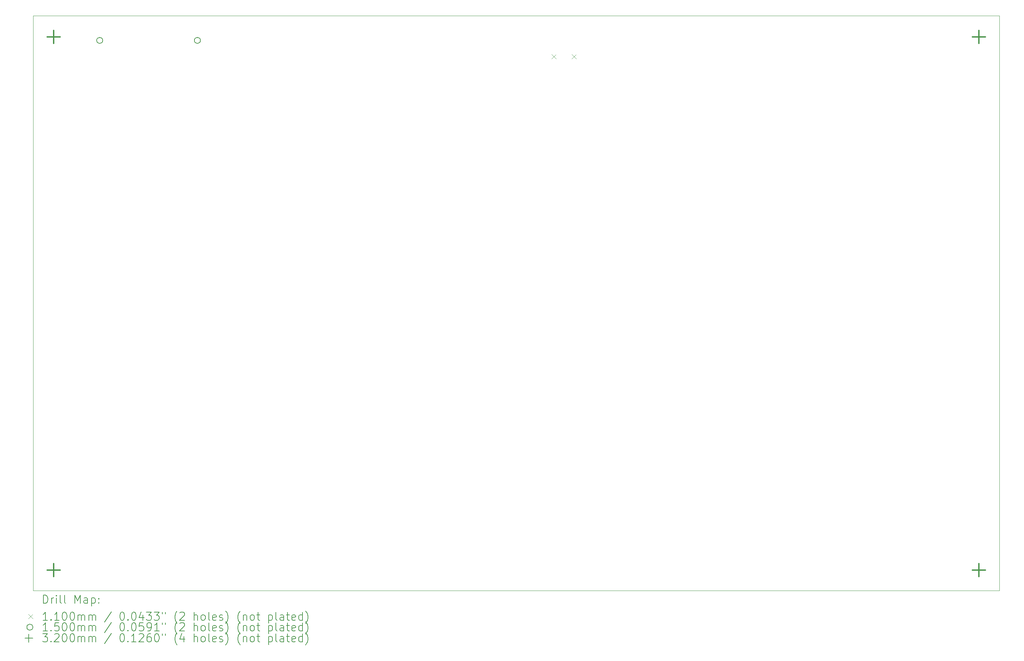
<source format=gbr>
%TF.GenerationSoftware,KiCad,Pcbnew,7.0.6-7.0.6~ubuntu22.04.1*%
%TF.CreationDate,2023-07-20T21:28:44+02:00*%
%TF.ProjectId,sbc,7362632e-6b69-4636-9164-5f7063625858,rev?*%
%TF.SameCoordinates,Original*%
%TF.FileFunction,Drillmap*%
%TF.FilePolarity,Positive*%
%FSLAX45Y45*%
G04 Gerber Fmt 4.5, Leading zero omitted, Abs format (unit mm)*
G04 Created by KiCad (PCBNEW 7.0.6-7.0.6~ubuntu22.04.1) date 2023-07-20 21:28:44*
%MOMM*%
%LPD*%
G01*
G04 APERTURE LIST*
%ADD10C,0.100000*%
%ADD11C,0.200000*%
%ADD12C,0.110000*%
%ADD13C,0.150000*%
%ADD14C,0.320000*%
G04 APERTURE END LIST*
D10*
X6350000Y-6337300D02*
X30289500Y-6337300D01*
X30289500Y-20574000D01*
X6350000Y-20574000D01*
X6350000Y-6337300D01*
D11*
D12*
X19197800Y-7292700D02*
X19307800Y-7402700D01*
X19307800Y-7292700D02*
X19197800Y-7402700D01*
X19697800Y-7292700D02*
X19807800Y-7402700D01*
X19807800Y-7292700D02*
X19697800Y-7402700D01*
D13*
X8076000Y-6946900D02*
G75*
G03*
X8076000Y-6946900I-75000J0D01*
G01*
X10496000Y-6946900D02*
G75*
G03*
X10496000Y-6946900I-75000J0D01*
G01*
D14*
X6858000Y-6698000D02*
X6858000Y-7018000D01*
X6698000Y-6858000D02*
X7018000Y-6858000D01*
X6858000Y-19906000D02*
X6858000Y-20226000D01*
X6698000Y-20066000D02*
X7018000Y-20066000D01*
X29781500Y-6698000D02*
X29781500Y-7018000D01*
X29621500Y-6858000D02*
X29941500Y-6858000D01*
X29781500Y-19906000D02*
X29781500Y-20226000D01*
X29621500Y-20066000D02*
X29941500Y-20066000D01*
D11*
X6605777Y-20890484D02*
X6605777Y-20690484D01*
X6605777Y-20690484D02*
X6653396Y-20690484D01*
X6653396Y-20690484D02*
X6681967Y-20700008D01*
X6681967Y-20700008D02*
X6701015Y-20719055D01*
X6701015Y-20719055D02*
X6710539Y-20738103D01*
X6710539Y-20738103D02*
X6720062Y-20776198D01*
X6720062Y-20776198D02*
X6720062Y-20804770D01*
X6720062Y-20804770D02*
X6710539Y-20842865D01*
X6710539Y-20842865D02*
X6701015Y-20861912D01*
X6701015Y-20861912D02*
X6681967Y-20880960D01*
X6681967Y-20880960D02*
X6653396Y-20890484D01*
X6653396Y-20890484D02*
X6605777Y-20890484D01*
X6805777Y-20890484D02*
X6805777Y-20757150D01*
X6805777Y-20795246D02*
X6815301Y-20776198D01*
X6815301Y-20776198D02*
X6824824Y-20766674D01*
X6824824Y-20766674D02*
X6843872Y-20757150D01*
X6843872Y-20757150D02*
X6862920Y-20757150D01*
X6929586Y-20890484D02*
X6929586Y-20757150D01*
X6929586Y-20690484D02*
X6920062Y-20700008D01*
X6920062Y-20700008D02*
X6929586Y-20709531D01*
X6929586Y-20709531D02*
X6939110Y-20700008D01*
X6939110Y-20700008D02*
X6929586Y-20690484D01*
X6929586Y-20690484D02*
X6929586Y-20709531D01*
X7053396Y-20890484D02*
X7034348Y-20880960D01*
X7034348Y-20880960D02*
X7024824Y-20861912D01*
X7024824Y-20861912D02*
X7024824Y-20690484D01*
X7158158Y-20890484D02*
X7139110Y-20880960D01*
X7139110Y-20880960D02*
X7129586Y-20861912D01*
X7129586Y-20861912D02*
X7129586Y-20690484D01*
X7386729Y-20890484D02*
X7386729Y-20690484D01*
X7386729Y-20690484D02*
X7453396Y-20833341D01*
X7453396Y-20833341D02*
X7520062Y-20690484D01*
X7520062Y-20690484D02*
X7520062Y-20890484D01*
X7701015Y-20890484D02*
X7701015Y-20785722D01*
X7701015Y-20785722D02*
X7691491Y-20766674D01*
X7691491Y-20766674D02*
X7672443Y-20757150D01*
X7672443Y-20757150D02*
X7634348Y-20757150D01*
X7634348Y-20757150D02*
X7615301Y-20766674D01*
X7701015Y-20880960D02*
X7681967Y-20890484D01*
X7681967Y-20890484D02*
X7634348Y-20890484D01*
X7634348Y-20890484D02*
X7615301Y-20880960D01*
X7615301Y-20880960D02*
X7605777Y-20861912D01*
X7605777Y-20861912D02*
X7605777Y-20842865D01*
X7605777Y-20842865D02*
X7615301Y-20823817D01*
X7615301Y-20823817D02*
X7634348Y-20814293D01*
X7634348Y-20814293D02*
X7681967Y-20814293D01*
X7681967Y-20814293D02*
X7701015Y-20804770D01*
X7796253Y-20757150D02*
X7796253Y-20957150D01*
X7796253Y-20766674D02*
X7815301Y-20757150D01*
X7815301Y-20757150D02*
X7853396Y-20757150D01*
X7853396Y-20757150D02*
X7872443Y-20766674D01*
X7872443Y-20766674D02*
X7881967Y-20776198D01*
X7881967Y-20776198D02*
X7891491Y-20795246D01*
X7891491Y-20795246D02*
X7891491Y-20852389D01*
X7891491Y-20852389D02*
X7881967Y-20871436D01*
X7881967Y-20871436D02*
X7872443Y-20880960D01*
X7872443Y-20880960D02*
X7853396Y-20890484D01*
X7853396Y-20890484D02*
X7815301Y-20890484D01*
X7815301Y-20890484D02*
X7796253Y-20880960D01*
X7977205Y-20871436D02*
X7986729Y-20880960D01*
X7986729Y-20880960D02*
X7977205Y-20890484D01*
X7977205Y-20890484D02*
X7967682Y-20880960D01*
X7967682Y-20880960D02*
X7977205Y-20871436D01*
X7977205Y-20871436D02*
X7977205Y-20890484D01*
X7977205Y-20766674D02*
X7986729Y-20776198D01*
X7986729Y-20776198D02*
X7977205Y-20785722D01*
X7977205Y-20785722D02*
X7967682Y-20776198D01*
X7967682Y-20776198D02*
X7977205Y-20766674D01*
X7977205Y-20766674D02*
X7977205Y-20785722D01*
D12*
X6235000Y-21164000D02*
X6345000Y-21274000D01*
X6345000Y-21164000D02*
X6235000Y-21274000D01*
D11*
X6710539Y-21310484D02*
X6596253Y-21310484D01*
X6653396Y-21310484D02*
X6653396Y-21110484D01*
X6653396Y-21110484D02*
X6634348Y-21139055D01*
X6634348Y-21139055D02*
X6615301Y-21158103D01*
X6615301Y-21158103D02*
X6596253Y-21167627D01*
X6796253Y-21291436D02*
X6805777Y-21300960D01*
X6805777Y-21300960D02*
X6796253Y-21310484D01*
X6796253Y-21310484D02*
X6786729Y-21300960D01*
X6786729Y-21300960D02*
X6796253Y-21291436D01*
X6796253Y-21291436D02*
X6796253Y-21310484D01*
X6996253Y-21310484D02*
X6881967Y-21310484D01*
X6939110Y-21310484D02*
X6939110Y-21110484D01*
X6939110Y-21110484D02*
X6920062Y-21139055D01*
X6920062Y-21139055D02*
X6901015Y-21158103D01*
X6901015Y-21158103D02*
X6881967Y-21167627D01*
X7120062Y-21110484D02*
X7139110Y-21110484D01*
X7139110Y-21110484D02*
X7158158Y-21120008D01*
X7158158Y-21120008D02*
X7167682Y-21129531D01*
X7167682Y-21129531D02*
X7177205Y-21148579D01*
X7177205Y-21148579D02*
X7186729Y-21186674D01*
X7186729Y-21186674D02*
X7186729Y-21234293D01*
X7186729Y-21234293D02*
X7177205Y-21272389D01*
X7177205Y-21272389D02*
X7167682Y-21291436D01*
X7167682Y-21291436D02*
X7158158Y-21300960D01*
X7158158Y-21300960D02*
X7139110Y-21310484D01*
X7139110Y-21310484D02*
X7120062Y-21310484D01*
X7120062Y-21310484D02*
X7101015Y-21300960D01*
X7101015Y-21300960D02*
X7091491Y-21291436D01*
X7091491Y-21291436D02*
X7081967Y-21272389D01*
X7081967Y-21272389D02*
X7072443Y-21234293D01*
X7072443Y-21234293D02*
X7072443Y-21186674D01*
X7072443Y-21186674D02*
X7081967Y-21148579D01*
X7081967Y-21148579D02*
X7091491Y-21129531D01*
X7091491Y-21129531D02*
X7101015Y-21120008D01*
X7101015Y-21120008D02*
X7120062Y-21110484D01*
X7310539Y-21110484D02*
X7329586Y-21110484D01*
X7329586Y-21110484D02*
X7348634Y-21120008D01*
X7348634Y-21120008D02*
X7358158Y-21129531D01*
X7358158Y-21129531D02*
X7367682Y-21148579D01*
X7367682Y-21148579D02*
X7377205Y-21186674D01*
X7377205Y-21186674D02*
X7377205Y-21234293D01*
X7377205Y-21234293D02*
X7367682Y-21272389D01*
X7367682Y-21272389D02*
X7358158Y-21291436D01*
X7358158Y-21291436D02*
X7348634Y-21300960D01*
X7348634Y-21300960D02*
X7329586Y-21310484D01*
X7329586Y-21310484D02*
X7310539Y-21310484D01*
X7310539Y-21310484D02*
X7291491Y-21300960D01*
X7291491Y-21300960D02*
X7281967Y-21291436D01*
X7281967Y-21291436D02*
X7272443Y-21272389D01*
X7272443Y-21272389D02*
X7262920Y-21234293D01*
X7262920Y-21234293D02*
X7262920Y-21186674D01*
X7262920Y-21186674D02*
X7272443Y-21148579D01*
X7272443Y-21148579D02*
X7281967Y-21129531D01*
X7281967Y-21129531D02*
X7291491Y-21120008D01*
X7291491Y-21120008D02*
X7310539Y-21110484D01*
X7462920Y-21310484D02*
X7462920Y-21177150D01*
X7462920Y-21196198D02*
X7472443Y-21186674D01*
X7472443Y-21186674D02*
X7491491Y-21177150D01*
X7491491Y-21177150D02*
X7520063Y-21177150D01*
X7520063Y-21177150D02*
X7539110Y-21186674D01*
X7539110Y-21186674D02*
X7548634Y-21205722D01*
X7548634Y-21205722D02*
X7548634Y-21310484D01*
X7548634Y-21205722D02*
X7558158Y-21186674D01*
X7558158Y-21186674D02*
X7577205Y-21177150D01*
X7577205Y-21177150D02*
X7605777Y-21177150D01*
X7605777Y-21177150D02*
X7624824Y-21186674D01*
X7624824Y-21186674D02*
X7634348Y-21205722D01*
X7634348Y-21205722D02*
X7634348Y-21310484D01*
X7729586Y-21310484D02*
X7729586Y-21177150D01*
X7729586Y-21196198D02*
X7739110Y-21186674D01*
X7739110Y-21186674D02*
X7758158Y-21177150D01*
X7758158Y-21177150D02*
X7786729Y-21177150D01*
X7786729Y-21177150D02*
X7805777Y-21186674D01*
X7805777Y-21186674D02*
X7815301Y-21205722D01*
X7815301Y-21205722D02*
X7815301Y-21310484D01*
X7815301Y-21205722D02*
X7824824Y-21186674D01*
X7824824Y-21186674D02*
X7843872Y-21177150D01*
X7843872Y-21177150D02*
X7872443Y-21177150D01*
X7872443Y-21177150D02*
X7891491Y-21186674D01*
X7891491Y-21186674D02*
X7901015Y-21205722D01*
X7901015Y-21205722D02*
X7901015Y-21310484D01*
X8291491Y-21100960D02*
X8120063Y-21358103D01*
X8548634Y-21110484D02*
X8567682Y-21110484D01*
X8567682Y-21110484D02*
X8586729Y-21120008D01*
X8586729Y-21120008D02*
X8596253Y-21129531D01*
X8596253Y-21129531D02*
X8605777Y-21148579D01*
X8605777Y-21148579D02*
X8615301Y-21186674D01*
X8615301Y-21186674D02*
X8615301Y-21234293D01*
X8615301Y-21234293D02*
X8605777Y-21272389D01*
X8605777Y-21272389D02*
X8596253Y-21291436D01*
X8596253Y-21291436D02*
X8586729Y-21300960D01*
X8586729Y-21300960D02*
X8567682Y-21310484D01*
X8567682Y-21310484D02*
X8548634Y-21310484D01*
X8548634Y-21310484D02*
X8529587Y-21300960D01*
X8529587Y-21300960D02*
X8520063Y-21291436D01*
X8520063Y-21291436D02*
X8510539Y-21272389D01*
X8510539Y-21272389D02*
X8501015Y-21234293D01*
X8501015Y-21234293D02*
X8501015Y-21186674D01*
X8501015Y-21186674D02*
X8510539Y-21148579D01*
X8510539Y-21148579D02*
X8520063Y-21129531D01*
X8520063Y-21129531D02*
X8529587Y-21120008D01*
X8529587Y-21120008D02*
X8548634Y-21110484D01*
X8701015Y-21291436D02*
X8710539Y-21300960D01*
X8710539Y-21300960D02*
X8701015Y-21310484D01*
X8701015Y-21310484D02*
X8691491Y-21300960D01*
X8691491Y-21300960D02*
X8701015Y-21291436D01*
X8701015Y-21291436D02*
X8701015Y-21310484D01*
X8834348Y-21110484D02*
X8853396Y-21110484D01*
X8853396Y-21110484D02*
X8872444Y-21120008D01*
X8872444Y-21120008D02*
X8881968Y-21129531D01*
X8881968Y-21129531D02*
X8891491Y-21148579D01*
X8891491Y-21148579D02*
X8901015Y-21186674D01*
X8901015Y-21186674D02*
X8901015Y-21234293D01*
X8901015Y-21234293D02*
X8891491Y-21272389D01*
X8891491Y-21272389D02*
X8881968Y-21291436D01*
X8881968Y-21291436D02*
X8872444Y-21300960D01*
X8872444Y-21300960D02*
X8853396Y-21310484D01*
X8853396Y-21310484D02*
X8834348Y-21310484D01*
X8834348Y-21310484D02*
X8815301Y-21300960D01*
X8815301Y-21300960D02*
X8805777Y-21291436D01*
X8805777Y-21291436D02*
X8796253Y-21272389D01*
X8796253Y-21272389D02*
X8786729Y-21234293D01*
X8786729Y-21234293D02*
X8786729Y-21186674D01*
X8786729Y-21186674D02*
X8796253Y-21148579D01*
X8796253Y-21148579D02*
X8805777Y-21129531D01*
X8805777Y-21129531D02*
X8815301Y-21120008D01*
X8815301Y-21120008D02*
X8834348Y-21110484D01*
X9072444Y-21177150D02*
X9072444Y-21310484D01*
X9024825Y-21100960D02*
X8977206Y-21243817D01*
X8977206Y-21243817D02*
X9101015Y-21243817D01*
X9158158Y-21110484D02*
X9281968Y-21110484D01*
X9281968Y-21110484D02*
X9215301Y-21186674D01*
X9215301Y-21186674D02*
X9243872Y-21186674D01*
X9243872Y-21186674D02*
X9262920Y-21196198D01*
X9262920Y-21196198D02*
X9272444Y-21205722D01*
X9272444Y-21205722D02*
X9281968Y-21224770D01*
X9281968Y-21224770D02*
X9281968Y-21272389D01*
X9281968Y-21272389D02*
X9272444Y-21291436D01*
X9272444Y-21291436D02*
X9262920Y-21300960D01*
X9262920Y-21300960D02*
X9243872Y-21310484D01*
X9243872Y-21310484D02*
X9186729Y-21310484D01*
X9186729Y-21310484D02*
X9167682Y-21300960D01*
X9167682Y-21300960D02*
X9158158Y-21291436D01*
X9348634Y-21110484D02*
X9472444Y-21110484D01*
X9472444Y-21110484D02*
X9405777Y-21186674D01*
X9405777Y-21186674D02*
X9434349Y-21186674D01*
X9434349Y-21186674D02*
X9453396Y-21196198D01*
X9453396Y-21196198D02*
X9462920Y-21205722D01*
X9462920Y-21205722D02*
X9472444Y-21224770D01*
X9472444Y-21224770D02*
X9472444Y-21272389D01*
X9472444Y-21272389D02*
X9462920Y-21291436D01*
X9462920Y-21291436D02*
X9453396Y-21300960D01*
X9453396Y-21300960D02*
X9434349Y-21310484D01*
X9434349Y-21310484D02*
X9377206Y-21310484D01*
X9377206Y-21310484D02*
X9358158Y-21300960D01*
X9358158Y-21300960D02*
X9348634Y-21291436D01*
X9548634Y-21110484D02*
X9548634Y-21148579D01*
X9624825Y-21110484D02*
X9624825Y-21148579D01*
X9920063Y-21386674D02*
X9910539Y-21377150D01*
X9910539Y-21377150D02*
X9891491Y-21348579D01*
X9891491Y-21348579D02*
X9881968Y-21329531D01*
X9881968Y-21329531D02*
X9872444Y-21300960D01*
X9872444Y-21300960D02*
X9862920Y-21253341D01*
X9862920Y-21253341D02*
X9862920Y-21215246D01*
X9862920Y-21215246D02*
X9872444Y-21167627D01*
X9872444Y-21167627D02*
X9881968Y-21139055D01*
X9881968Y-21139055D02*
X9891491Y-21120008D01*
X9891491Y-21120008D02*
X9910539Y-21091436D01*
X9910539Y-21091436D02*
X9920063Y-21081912D01*
X9986730Y-21129531D02*
X9996253Y-21120008D01*
X9996253Y-21120008D02*
X10015301Y-21110484D01*
X10015301Y-21110484D02*
X10062920Y-21110484D01*
X10062920Y-21110484D02*
X10081968Y-21120008D01*
X10081968Y-21120008D02*
X10091491Y-21129531D01*
X10091491Y-21129531D02*
X10101015Y-21148579D01*
X10101015Y-21148579D02*
X10101015Y-21167627D01*
X10101015Y-21167627D02*
X10091491Y-21196198D01*
X10091491Y-21196198D02*
X9977206Y-21310484D01*
X9977206Y-21310484D02*
X10101015Y-21310484D01*
X10339111Y-21310484D02*
X10339111Y-21110484D01*
X10424825Y-21310484D02*
X10424825Y-21205722D01*
X10424825Y-21205722D02*
X10415301Y-21186674D01*
X10415301Y-21186674D02*
X10396253Y-21177150D01*
X10396253Y-21177150D02*
X10367682Y-21177150D01*
X10367682Y-21177150D02*
X10348634Y-21186674D01*
X10348634Y-21186674D02*
X10339111Y-21196198D01*
X10548634Y-21310484D02*
X10529587Y-21300960D01*
X10529587Y-21300960D02*
X10520063Y-21291436D01*
X10520063Y-21291436D02*
X10510539Y-21272389D01*
X10510539Y-21272389D02*
X10510539Y-21215246D01*
X10510539Y-21215246D02*
X10520063Y-21196198D01*
X10520063Y-21196198D02*
X10529587Y-21186674D01*
X10529587Y-21186674D02*
X10548634Y-21177150D01*
X10548634Y-21177150D02*
X10577206Y-21177150D01*
X10577206Y-21177150D02*
X10596253Y-21186674D01*
X10596253Y-21186674D02*
X10605777Y-21196198D01*
X10605777Y-21196198D02*
X10615301Y-21215246D01*
X10615301Y-21215246D02*
X10615301Y-21272389D01*
X10615301Y-21272389D02*
X10605777Y-21291436D01*
X10605777Y-21291436D02*
X10596253Y-21300960D01*
X10596253Y-21300960D02*
X10577206Y-21310484D01*
X10577206Y-21310484D02*
X10548634Y-21310484D01*
X10729587Y-21310484D02*
X10710539Y-21300960D01*
X10710539Y-21300960D02*
X10701015Y-21281912D01*
X10701015Y-21281912D02*
X10701015Y-21110484D01*
X10881968Y-21300960D02*
X10862920Y-21310484D01*
X10862920Y-21310484D02*
X10824825Y-21310484D01*
X10824825Y-21310484D02*
X10805777Y-21300960D01*
X10805777Y-21300960D02*
X10796253Y-21281912D01*
X10796253Y-21281912D02*
X10796253Y-21205722D01*
X10796253Y-21205722D02*
X10805777Y-21186674D01*
X10805777Y-21186674D02*
X10824825Y-21177150D01*
X10824825Y-21177150D02*
X10862920Y-21177150D01*
X10862920Y-21177150D02*
X10881968Y-21186674D01*
X10881968Y-21186674D02*
X10891492Y-21205722D01*
X10891492Y-21205722D02*
X10891492Y-21224770D01*
X10891492Y-21224770D02*
X10796253Y-21243817D01*
X10967682Y-21300960D02*
X10986730Y-21310484D01*
X10986730Y-21310484D02*
X11024825Y-21310484D01*
X11024825Y-21310484D02*
X11043873Y-21300960D01*
X11043873Y-21300960D02*
X11053396Y-21281912D01*
X11053396Y-21281912D02*
X11053396Y-21272389D01*
X11053396Y-21272389D02*
X11043873Y-21253341D01*
X11043873Y-21253341D02*
X11024825Y-21243817D01*
X11024825Y-21243817D02*
X10996253Y-21243817D01*
X10996253Y-21243817D02*
X10977206Y-21234293D01*
X10977206Y-21234293D02*
X10967682Y-21215246D01*
X10967682Y-21215246D02*
X10967682Y-21205722D01*
X10967682Y-21205722D02*
X10977206Y-21186674D01*
X10977206Y-21186674D02*
X10996253Y-21177150D01*
X10996253Y-21177150D02*
X11024825Y-21177150D01*
X11024825Y-21177150D02*
X11043873Y-21186674D01*
X11120063Y-21386674D02*
X11129587Y-21377150D01*
X11129587Y-21377150D02*
X11148634Y-21348579D01*
X11148634Y-21348579D02*
X11158158Y-21329531D01*
X11158158Y-21329531D02*
X11167682Y-21300960D01*
X11167682Y-21300960D02*
X11177206Y-21253341D01*
X11177206Y-21253341D02*
X11177206Y-21215246D01*
X11177206Y-21215246D02*
X11167682Y-21167627D01*
X11167682Y-21167627D02*
X11158158Y-21139055D01*
X11158158Y-21139055D02*
X11148634Y-21120008D01*
X11148634Y-21120008D02*
X11129587Y-21091436D01*
X11129587Y-21091436D02*
X11120063Y-21081912D01*
X11481968Y-21386674D02*
X11472444Y-21377150D01*
X11472444Y-21377150D02*
X11453396Y-21348579D01*
X11453396Y-21348579D02*
X11443872Y-21329531D01*
X11443872Y-21329531D02*
X11434349Y-21300960D01*
X11434349Y-21300960D02*
X11424825Y-21253341D01*
X11424825Y-21253341D02*
X11424825Y-21215246D01*
X11424825Y-21215246D02*
X11434349Y-21167627D01*
X11434349Y-21167627D02*
X11443872Y-21139055D01*
X11443872Y-21139055D02*
X11453396Y-21120008D01*
X11453396Y-21120008D02*
X11472444Y-21091436D01*
X11472444Y-21091436D02*
X11481968Y-21081912D01*
X11558158Y-21177150D02*
X11558158Y-21310484D01*
X11558158Y-21196198D02*
X11567682Y-21186674D01*
X11567682Y-21186674D02*
X11586730Y-21177150D01*
X11586730Y-21177150D02*
X11615301Y-21177150D01*
X11615301Y-21177150D02*
X11634349Y-21186674D01*
X11634349Y-21186674D02*
X11643872Y-21205722D01*
X11643872Y-21205722D02*
X11643872Y-21310484D01*
X11767682Y-21310484D02*
X11748634Y-21300960D01*
X11748634Y-21300960D02*
X11739111Y-21291436D01*
X11739111Y-21291436D02*
X11729587Y-21272389D01*
X11729587Y-21272389D02*
X11729587Y-21215246D01*
X11729587Y-21215246D02*
X11739111Y-21196198D01*
X11739111Y-21196198D02*
X11748634Y-21186674D01*
X11748634Y-21186674D02*
X11767682Y-21177150D01*
X11767682Y-21177150D02*
X11796253Y-21177150D01*
X11796253Y-21177150D02*
X11815301Y-21186674D01*
X11815301Y-21186674D02*
X11824825Y-21196198D01*
X11824825Y-21196198D02*
X11834349Y-21215246D01*
X11834349Y-21215246D02*
X11834349Y-21272389D01*
X11834349Y-21272389D02*
X11824825Y-21291436D01*
X11824825Y-21291436D02*
X11815301Y-21300960D01*
X11815301Y-21300960D02*
X11796253Y-21310484D01*
X11796253Y-21310484D02*
X11767682Y-21310484D01*
X11891492Y-21177150D02*
X11967682Y-21177150D01*
X11920063Y-21110484D02*
X11920063Y-21281912D01*
X11920063Y-21281912D02*
X11929587Y-21300960D01*
X11929587Y-21300960D02*
X11948634Y-21310484D01*
X11948634Y-21310484D02*
X11967682Y-21310484D01*
X12186730Y-21177150D02*
X12186730Y-21377150D01*
X12186730Y-21186674D02*
X12205777Y-21177150D01*
X12205777Y-21177150D02*
X12243873Y-21177150D01*
X12243873Y-21177150D02*
X12262920Y-21186674D01*
X12262920Y-21186674D02*
X12272444Y-21196198D01*
X12272444Y-21196198D02*
X12281968Y-21215246D01*
X12281968Y-21215246D02*
X12281968Y-21272389D01*
X12281968Y-21272389D02*
X12272444Y-21291436D01*
X12272444Y-21291436D02*
X12262920Y-21300960D01*
X12262920Y-21300960D02*
X12243873Y-21310484D01*
X12243873Y-21310484D02*
X12205777Y-21310484D01*
X12205777Y-21310484D02*
X12186730Y-21300960D01*
X12396253Y-21310484D02*
X12377206Y-21300960D01*
X12377206Y-21300960D02*
X12367682Y-21281912D01*
X12367682Y-21281912D02*
X12367682Y-21110484D01*
X12558158Y-21310484D02*
X12558158Y-21205722D01*
X12558158Y-21205722D02*
X12548634Y-21186674D01*
X12548634Y-21186674D02*
X12529587Y-21177150D01*
X12529587Y-21177150D02*
X12491492Y-21177150D01*
X12491492Y-21177150D02*
X12472444Y-21186674D01*
X12558158Y-21300960D02*
X12539111Y-21310484D01*
X12539111Y-21310484D02*
X12491492Y-21310484D01*
X12491492Y-21310484D02*
X12472444Y-21300960D01*
X12472444Y-21300960D02*
X12462920Y-21281912D01*
X12462920Y-21281912D02*
X12462920Y-21262865D01*
X12462920Y-21262865D02*
X12472444Y-21243817D01*
X12472444Y-21243817D02*
X12491492Y-21234293D01*
X12491492Y-21234293D02*
X12539111Y-21234293D01*
X12539111Y-21234293D02*
X12558158Y-21224770D01*
X12624825Y-21177150D02*
X12701015Y-21177150D01*
X12653396Y-21110484D02*
X12653396Y-21281912D01*
X12653396Y-21281912D02*
X12662920Y-21300960D01*
X12662920Y-21300960D02*
X12681968Y-21310484D01*
X12681968Y-21310484D02*
X12701015Y-21310484D01*
X12843873Y-21300960D02*
X12824825Y-21310484D01*
X12824825Y-21310484D02*
X12786730Y-21310484D01*
X12786730Y-21310484D02*
X12767682Y-21300960D01*
X12767682Y-21300960D02*
X12758158Y-21281912D01*
X12758158Y-21281912D02*
X12758158Y-21205722D01*
X12758158Y-21205722D02*
X12767682Y-21186674D01*
X12767682Y-21186674D02*
X12786730Y-21177150D01*
X12786730Y-21177150D02*
X12824825Y-21177150D01*
X12824825Y-21177150D02*
X12843873Y-21186674D01*
X12843873Y-21186674D02*
X12853396Y-21205722D01*
X12853396Y-21205722D02*
X12853396Y-21224770D01*
X12853396Y-21224770D02*
X12758158Y-21243817D01*
X13024825Y-21310484D02*
X13024825Y-21110484D01*
X13024825Y-21300960D02*
X13005777Y-21310484D01*
X13005777Y-21310484D02*
X12967682Y-21310484D01*
X12967682Y-21310484D02*
X12948634Y-21300960D01*
X12948634Y-21300960D02*
X12939111Y-21291436D01*
X12939111Y-21291436D02*
X12929587Y-21272389D01*
X12929587Y-21272389D02*
X12929587Y-21215246D01*
X12929587Y-21215246D02*
X12939111Y-21196198D01*
X12939111Y-21196198D02*
X12948634Y-21186674D01*
X12948634Y-21186674D02*
X12967682Y-21177150D01*
X12967682Y-21177150D02*
X13005777Y-21177150D01*
X13005777Y-21177150D02*
X13024825Y-21186674D01*
X13101015Y-21386674D02*
X13110539Y-21377150D01*
X13110539Y-21377150D02*
X13129587Y-21348579D01*
X13129587Y-21348579D02*
X13139111Y-21329531D01*
X13139111Y-21329531D02*
X13148634Y-21300960D01*
X13148634Y-21300960D02*
X13158158Y-21253341D01*
X13158158Y-21253341D02*
X13158158Y-21215246D01*
X13158158Y-21215246D02*
X13148634Y-21167627D01*
X13148634Y-21167627D02*
X13139111Y-21139055D01*
X13139111Y-21139055D02*
X13129587Y-21120008D01*
X13129587Y-21120008D02*
X13110539Y-21091436D01*
X13110539Y-21091436D02*
X13101015Y-21081912D01*
D13*
X6345000Y-21483000D02*
G75*
G03*
X6345000Y-21483000I-75000J0D01*
G01*
D11*
X6710539Y-21574484D02*
X6596253Y-21574484D01*
X6653396Y-21574484D02*
X6653396Y-21374484D01*
X6653396Y-21374484D02*
X6634348Y-21403055D01*
X6634348Y-21403055D02*
X6615301Y-21422103D01*
X6615301Y-21422103D02*
X6596253Y-21431627D01*
X6796253Y-21555436D02*
X6805777Y-21564960D01*
X6805777Y-21564960D02*
X6796253Y-21574484D01*
X6796253Y-21574484D02*
X6786729Y-21564960D01*
X6786729Y-21564960D02*
X6796253Y-21555436D01*
X6796253Y-21555436D02*
X6796253Y-21574484D01*
X6986729Y-21374484D02*
X6891491Y-21374484D01*
X6891491Y-21374484D02*
X6881967Y-21469722D01*
X6881967Y-21469722D02*
X6891491Y-21460198D01*
X6891491Y-21460198D02*
X6910539Y-21450674D01*
X6910539Y-21450674D02*
X6958158Y-21450674D01*
X6958158Y-21450674D02*
X6977205Y-21460198D01*
X6977205Y-21460198D02*
X6986729Y-21469722D01*
X6986729Y-21469722D02*
X6996253Y-21488770D01*
X6996253Y-21488770D02*
X6996253Y-21536389D01*
X6996253Y-21536389D02*
X6986729Y-21555436D01*
X6986729Y-21555436D02*
X6977205Y-21564960D01*
X6977205Y-21564960D02*
X6958158Y-21574484D01*
X6958158Y-21574484D02*
X6910539Y-21574484D01*
X6910539Y-21574484D02*
X6891491Y-21564960D01*
X6891491Y-21564960D02*
X6881967Y-21555436D01*
X7120062Y-21374484D02*
X7139110Y-21374484D01*
X7139110Y-21374484D02*
X7158158Y-21384008D01*
X7158158Y-21384008D02*
X7167682Y-21393531D01*
X7167682Y-21393531D02*
X7177205Y-21412579D01*
X7177205Y-21412579D02*
X7186729Y-21450674D01*
X7186729Y-21450674D02*
X7186729Y-21498293D01*
X7186729Y-21498293D02*
X7177205Y-21536389D01*
X7177205Y-21536389D02*
X7167682Y-21555436D01*
X7167682Y-21555436D02*
X7158158Y-21564960D01*
X7158158Y-21564960D02*
X7139110Y-21574484D01*
X7139110Y-21574484D02*
X7120062Y-21574484D01*
X7120062Y-21574484D02*
X7101015Y-21564960D01*
X7101015Y-21564960D02*
X7091491Y-21555436D01*
X7091491Y-21555436D02*
X7081967Y-21536389D01*
X7081967Y-21536389D02*
X7072443Y-21498293D01*
X7072443Y-21498293D02*
X7072443Y-21450674D01*
X7072443Y-21450674D02*
X7081967Y-21412579D01*
X7081967Y-21412579D02*
X7091491Y-21393531D01*
X7091491Y-21393531D02*
X7101015Y-21384008D01*
X7101015Y-21384008D02*
X7120062Y-21374484D01*
X7310539Y-21374484D02*
X7329586Y-21374484D01*
X7329586Y-21374484D02*
X7348634Y-21384008D01*
X7348634Y-21384008D02*
X7358158Y-21393531D01*
X7358158Y-21393531D02*
X7367682Y-21412579D01*
X7367682Y-21412579D02*
X7377205Y-21450674D01*
X7377205Y-21450674D02*
X7377205Y-21498293D01*
X7377205Y-21498293D02*
X7367682Y-21536389D01*
X7367682Y-21536389D02*
X7358158Y-21555436D01*
X7358158Y-21555436D02*
X7348634Y-21564960D01*
X7348634Y-21564960D02*
X7329586Y-21574484D01*
X7329586Y-21574484D02*
X7310539Y-21574484D01*
X7310539Y-21574484D02*
X7291491Y-21564960D01*
X7291491Y-21564960D02*
X7281967Y-21555436D01*
X7281967Y-21555436D02*
X7272443Y-21536389D01*
X7272443Y-21536389D02*
X7262920Y-21498293D01*
X7262920Y-21498293D02*
X7262920Y-21450674D01*
X7262920Y-21450674D02*
X7272443Y-21412579D01*
X7272443Y-21412579D02*
X7281967Y-21393531D01*
X7281967Y-21393531D02*
X7291491Y-21384008D01*
X7291491Y-21384008D02*
X7310539Y-21374484D01*
X7462920Y-21574484D02*
X7462920Y-21441150D01*
X7462920Y-21460198D02*
X7472443Y-21450674D01*
X7472443Y-21450674D02*
X7491491Y-21441150D01*
X7491491Y-21441150D02*
X7520063Y-21441150D01*
X7520063Y-21441150D02*
X7539110Y-21450674D01*
X7539110Y-21450674D02*
X7548634Y-21469722D01*
X7548634Y-21469722D02*
X7548634Y-21574484D01*
X7548634Y-21469722D02*
X7558158Y-21450674D01*
X7558158Y-21450674D02*
X7577205Y-21441150D01*
X7577205Y-21441150D02*
X7605777Y-21441150D01*
X7605777Y-21441150D02*
X7624824Y-21450674D01*
X7624824Y-21450674D02*
X7634348Y-21469722D01*
X7634348Y-21469722D02*
X7634348Y-21574484D01*
X7729586Y-21574484D02*
X7729586Y-21441150D01*
X7729586Y-21460198D02*
X7739110Y-21450674D01*
X7739110Y-21450674D02*
X7758158Y-21441150D01*
X7758158Y-21441150D02*
X7786729Y-21441150D01*
X7786729Y-21441150D02*
X7805777Y-21450674D01*
X7805777Y-21450674D02*
X7815301Y-21469722D01*
X7815301Y-21469722D02*
X7815301Y-21574484D01*
X7815301Y-21469722D02*
X7824824Y-21450674D01*
X7824824Y-21450674D02*
X7843872Y-21441150D01*
X7843872Y-21441150D02*
X7872443Y-21441150D01*
X7872443Y-21441150D02*
X7891491Y-21450674D01*
X7891491Y-21450674D02*
X7901015Y-21469722D01*
X7901015Y-21469722D02*
X7901015Y-21574484D01*
X8291491Y-21364960D02*
X8120063Y-21622103D01*
X8548634Y-21374484D02*
X8567682Y-21374484D01*
X8567682Y-21374484D02*
X8586729Y-21384008D01*
X8586729Y-21384008D02*
X8596253Y-21393531D01*
X8596253Y-21393531D02*
X8605777Y-21412579D01*
X8605777Y-21412579D02*
X8615301Y-21450674D01*
X8615301Y-21450674D02*
X8615301Y-21498293D01*
X8615301Y-21498293D02*
X8605777Y-21536389D01*
X8605777Y-21536389D02*
X8596253Y-21555436D01*
X8596253Y-21555436D02*
X8586729Y-21564960D01*
X8586729Y-21564960D02*
X8567682Y-21574484D01*
X8567682Y-21574484D02*
X8548634Y-21574484D01*
X8548634Y-21574484D02*
X8529587Y-21564960D01*
X8529587Y-21564960D02*
X8520063Y-21555436D01*
X8520063Y-21555436D02*
X8510539Y-21536389D01*
X8510539Y-21536389D02*
X8501015Y-21498293D01*
X8501015Y-21498293D02*
X8501015Y-21450674D01*
X8501015Y-21450674D02*
X8510539Y-21412579D01*
X8510539Y-21412579D02*
X8520063Y-21393531D01*
X8520063Y-21393531D02*
X8529587Y-21384008D01*
X8529587Y-21384008D02*
X8548634Y-21374484D01*
X8701015Y-21555436D02*
X8710539Y-21564960D01*
X8710539Y-21564960D02*
X8701015Y-21574484D01*
X8701015Y-21574484D02*
X8691491Y-21564960D01*
X8691491Y-21564960D02*
X8701015Y-21555436D01*
X8701015Y-21555436D02*
X8701015Y-21574484D01*
X8834348Y-21374484D02*
X8853396Y-21374484D01*
X8853396Y-21374484D02*
X8872444Y-21384008D01*
X8872444Y-21384008D02*
X8881968Y-21393531D01*
X8881968Y-21393531D02*
X8891491Y-21412579D01*
X8891491Y-21412579D02*
X8901015Y-21450674D01*
X8901015Y-21450674D02*
X8901015Y-21498293D01*
X8901015Y-21498293D02*
X8891491Y-21536389D01*
X8891491Y-21536389D02*
X8881968Y-21555436D01*
X8881968Y-21555436D02*
X8872444Y-21564960D01*
X8872444Y-21564960D02*
X8853396Y-21574484D01*
X8853396Y-21574484D02*
X8834348Y-21574484D01*
X8834348Y-21574484D02*
X8815301Y-21564960D01*
X8815301Y-21564960D02*
X8805777Y-21555436D01*
X8805777Y-21555436D02*
X8796253Y-21536389D01*
X8796253Y-21536389D02*
X8786729Y-21498293D01*
X8786729Y-21498293D02*
X8786729Y-21450674D01*
X8786729Y-21450674D02*
X8796253Y-21412579D01*
X8796253Y-21412579D02*
X8805777Y-21393531D01*
X8805777Y-21393531D02*
X8815301Y-21384008D01*
X8815301Y-21384008D02*
X8834348Y-21374484D01*
X9081968Y-21374484D02*
X8986729Y-21374484D01*
X8986729Y-21374484D02*
X8977206Y-21469722D01*
X8977206Y-21469722D02*
X8986729Y-21460198D01*
X8986729Y-21460198D02*
X9005777Y-21450674D01*
X9005777Y-21450674D02*
X9053396Y-21450674D01*
X9053396Y-21450674D02*
X9072444Y-21460198D01*
X9072444Y-21460198D02*
X9081968Y-21469722D01*
X9081968Y-21469722D02*
X9091491Y-21488770D01*
X9091491Y-21488770D02*
X9091491Y-21536389D01*
X9091491Y-21536389D02*
X9081968Y-21555436D01*
X9081968Y-21555436D02*
X9072444Y-21564960D01*
X9072444Y-21564960D02*
X9053396Y-21574484D01*
X9053396Y-21574484D02*
X9005777Y-21574484D01*
X9005777Y-21574484D02*
X8986729Y-21564960D01*
X8986729Y-21564960D02*
X8977206Y-21555436D01*
X9186729Y-21574484D02*
X9224825Y-21574484D01*
X9224825Y-21574484D02*
X9243872Y-21564960D01*
X9243872Y-21564960D02*
X9253396Y-21555436D01*
X9253396Y-21555436D02*
X9272444Y-21526865D01*
X9272444Y-21526865D02*
X9281968Y-21488770D01*
X9281968Y-21488770D02*
X9281968Y-21412579D01*
X9281968Y-21412579D02*
X9272444Y-21393531D01*
X9272444Y-21393531D02*
X9262920Y-21384008D01*
X9262920Y-21384008D02*
X9243872Y-21374484D01*
X9243872Y-21374484D02*
X9205777Y-21374484D01*
X9205777Y-21374484D02*
X9186729Y-21384008D01*
X9186729Y-21384008D02*
X9177206Y-21393531D01*
X9177206Y-21393531D02*
X9167682Y-21412579D01*
X9167682Y-21412579D02*
X9167682Y-21460198D01*
X9167682Y-21460198D02*
X9177206Y-21479246D01*
X9177206Y-21479246D02*
X9186729Y-21488770D01*
X9186729Y-21488770D02*
X9205777Y-21498293D01*
X9205777Y-21498293D02*
X9243872Y-21498293D01*
X9243872Y-21498293D02*
X9262920Y-21488770D01*
X9262920Y-21488770D02*
X9272444Y-21479246D01*
X9272444Y-21479246D02*
X9281968Y-21460198D01*
X9472444Y-21574484D02*
X9358158Y-21574484D01*
X9415301Y-21574484D02*
X9415301Y-21374484D01*
X9415301Y-21374484D02*
X9396253Y-21403055D01*
X9396253Y-21403055D02*
X9377206Y-21422103D01*
X9377206Y-21422103D02*
X9358158Y-21431627D01*
X9548634Y-21374484D02*
X9548634Y-21412579D01*
X9624825Y-21374484D02*
X9624825Y-21412579D01*
X9920063Y-21650674D02*
X9910539Y-21641150D01*
X9910539Y-21641150D02*
X9891491Y-21612579D01*
X9891491Y-21612579D02*
X9881968Y-21593531D01*
X9881968Y-21593531D02*
X9872444Y-21564960D01*
X9872444Y-21564960D02*
X9862920Y-21517341D01*
X9862920Y-21517341D02*
X9862920Y-21479246D01*
X9862920Y-21479246D02*
X9872444Y-21431627D01*
X9872444Y-21431627D02*
X9881968Y-21403055D01*
X9881968Y-21403055D02*
X9891491Y-21384008D01*
X9891491Y-21384008D02*
X9910539Y-21355436D01*
X9910539Y-21355436D02*
X9920063Y-21345912D01*
X9986730Y-21393531D02*
X9996253Y-21384008D01*
X9996253Y-21384008D02*
X10015301Y-21374484D01*
X10015301Y-21374484D02*
X10062920Y-21374484D01*
X10062920Y-21374484D02*
X10081968Y-21384008D01*
X10081968Y-21384008D02*
X10091491Y-21393531D01*
X10091491Y-21393531D02*
X10101015Y-21412579D01*
X10101015Y-21412579D02*
X10101015Y-21431627D01*
X10101015Y-21431627D02*
X10091491Y-21460198D01*
X10091491Y-21460198D02*
X9977206Y-21574484D01*
X9977206Y-21574484D02*
X10101015Y-21574484D01*
X10339111Y-21574484D02*
X10339111Y-21374484D01*
X10424825Y-21574484D02*
X10424825Y-21469722D01*
X10424825Y-21469722D02*
X10415301Y-21450674D01*
X10415301Y-21450674D02*
X10396253Y-21441150D01*
X10396253Y-21441150D02*
X10367682Y-21441150D01*
X10367682Y-21441150D02*
X10348634Y-21450674D01*
X10348634Y-21450674D02*
X10339111Y-21460198D01*
X10548634Y-21574484D02*
X10529587Y-21564960D01*
X10529587Y-21564960D02*
X10520063Y-21555436D01*
X10520063Y-21555436D02*
X10510539Y-21536389D01*
X10510539Y-21536389D02*
X10510539Y-21479246D01*
X10510539Y-21479246D02*
X10520063Y-21460198D01*
X10520063Y-21460198D02*
X10529587Y-21450674D01*
X10529587Y-21450674D02*
X10548634Y-21441150D01*
X10548634Y-21441150D02*
X10577206Y-21441150D01*
X10577206Y-21441150D02*
X10596253Y-21450674D01*
X10596253Y-21450674D02*
X10605777Y-21460198D01*
X10605777Y-21460198D02*
X10615301Y-21479246D01*
X10615301Y-21479246D02*
X10615301Y-21536389D01*
X10615301Y-21536389D02*
X10605777Y-21555436D01*
X10605777Y-21555436D02*
X10596253Y-21564960D01*
X10596253Y-21564960D02*
X10577206Y-21574484D01*
X10577206Y-21574484D02*
X10548634Y-21574484D01*
X10729587Y-21574484D02*
X10710539Y-21564960D01*
X10710539Y-21564960D02*
X10701015Y-21545912D01*
X10701015Y-21545912D02*
X10701015Y-21374484D01*
X10881968Y-21564960D02*
X10862920Y-21574484D01*
X10862920Y-21574484D02*
X10824825Y-21574484D01*
X10824825Y-21574484D02*
X10805777Y-21564960D01*
X10805777Y-21564960D02*
X10796253Y-21545912D01*
X10796253Y-21545912D02*
X10796253Y-21469722D01*
X10796253Y-21469722D02*
X10805777Y-21450674D01*
X10805777Y-21450674D02*
X10824825Y-21441150D01*
X10824825Y-21441150D02*
X10862920Y-21441150D01*
X10862920Y-21441150D02*
X10881968Y-21450674D01*
X10881968Y-21450674D02*
X10891492Y-21469722D01*
X10891492Y-21469722D02*
X10891492Y-21488770D01*
X10891492Y-21488770D02*
X10796253Y-21507817D01*
X10967682Y-21564960D02*
X10986730Y-21574484D01*
X10986730Y-21574484D02*
X11024825Y-21574484D01*
X11024825Y-21574484D02*
X11043873Y-21564960D01*
X11043873Y-21564960D02*
X11053396Y-21545912D01*
X11053396Y-21545912D02*
X11053396Y-21536389D01*
X11053396Y-21536389D02*
X11043873Y-21517341D01*
X11043873Y-21517341D02*
X11024825Y-21507817D01*
X11024825Y-21507817D02*
X10996253Y-21507817D01*
X10996253Y-21507817D02*
X10977206Y-21498293D01*
X10977206Y-21498293D02*
X10967682Y-21479246D01*
X10967682Y-21479246D02*
X10967682Y-21469722D01*
X10967682Y-21469722D02*
X10977206Y-21450674D01*
X10977206Y-21450674D02*
X10996253Y-21441150D01*
X10996253Y-21441150D02*
X11024825Y-21441150D01*
X11024825Y-21441150D02*
X11043873Y-21450674D01*
X11120063Y-21650674D02*
X11129587Y-21641150D01*
X11129587Y-21641150D02*
X11148634Y-21612579D01*
X11148634Y-21612579D02*
X11158158Y-21593531D01*
X11158158Y-21593531D02*
X11167682Y-21564960D01*
X11167682Y-21564960D02*
X11177206Y-21517341D01*
X11177206Y-21517341D02*
X11177206Y-21479246D01*
X11177206Y-21479246D02*
X11167682Y-21431627D01*
X11167682Y-21431627D02*
X11158158Y-21403055D01*
X11158158Y-21403055D02*
X11148634Y-21384008D01*
X11148634Y-21384008D02*
X11129587Y-21355436D01*
X11129587Y-21355436D02*
X11120063Y-21345912D01*
X11481968Y-21650674D02*
X11472444Y-21641150D01*
X11472444Y-21641150D02*
X11453396Y-21612579D01*
X11453396Y-21612579D02*
X11443872Y-21593531D01*
X11443872Y-21593531D02*
X11434349Y-21564960D01*
X11434349Y-21564960D02*
X11424825Y-21517341D01*
X11424825Y-21517341D02*
X11424825Y-21479246D01*
X11424825Y-21479246D02*
X11434349Y-21431627D01*
X11434349Y-21431627D02*
X11443872Y-21403055D01*
X11443872Y-21403055D02*
X11453396Y-21384008D01*
X11453396Y-21384008D02*
X11472444Y-21355436D01*
X11472444Y-21355436D02*
X11481968Y-21345912D01*
X11558158Y-21441150D02*
X11558158Y-21574484D01*
X11558158Y-21460198D02*
X11567682Y-21450674D01*
X11567682Y-21450674D02*
X11586730Y-21441150D01*
X11586730Y-21441150D02*
X11615301Y-21441150D01*
X11615301Y-21441150D02*
X11634349Y-21450674D01*
X11634349Y-21450674D02*
X11643872Y-21469722D01*
X11643872Y-21469722D02*
X11643872Y-21574484D01*
X11767682Y-21574484D02*
X11748634Y-21564960D01*
X11748634Y-21564960D02*
X11739111Y-21555436D01*
X11739111Y-21555436D02*
X11729587Y-21536389D01*
X11729587Y-21536389D02*
X11729587Y-21479246D01*
X11729587Y-21479246D02*
X11739111Y-21460198D01*
X11739111Y-21460198D02*
X11748634Y-21450674D01*
X11748634Y-21450674D02*
X11767682Y-21441150D01*
X11767682Y-21441150D02*
X11796253Y-21441150D01*
X11796253Y-21441150D02*
X11815301Y-21450674D01*
X11815301Y-21450674D02*
X11824825Y-21460198D01*
X11824825Y-21460198D02*
X11834349Y-21479246D01*
X11834349Y-21479246D02*
X11834349Y-21536389D01*
X11834349Y-21536389D02*
X11824825Y-21555436D01*
X11824825Y-21555436D02*
X11815301Y-21564960D01*
X11815301Y-21564960D02*
X11796253Y-21574484D01*
X11796253Y-21574484D02*
X11767682Y-21574484D01*
X11891492Y-21441150D02*
X11967682Y-21441150D01*
X11920063Y-21374484D02*
X11920063Y-21545912D01*
X11920063Y-21545912D02*
X11929587Y-21564960D01*
X11929587Y-21564960D02*
X11948634Y-21574484D01*
X11948634Y-21574484D02*
X11967682Y-21574484D01*
X12186730Y-21441150D02*
X12186730Y-21641150D01*
X12186730Y-21450674D02*
X12205777Y-21441150D01*
X12205777Y-21441150D02*
X12243873Y-21441150D01*
X12243873Y-21441150D02*
X12262920Y-21450674D01*
X12262920Y-21450674D02*
X12272444Y-21460198D01*
X12272444Y-21460198D02*
X12281968Y-21479246D01*
X12281968Y-21479246D02*
X12281968Y-21536389D01*
X12281968Y-21536389D02*
X12272444Y-21555436D01*
X12272444Y-21555436D02*
X12262920Y-21564960D01*
X12262920Y-21564960D02*
X12243873Y-21574484D01*
X12243873Y-21574484D02*
X12205777Y-21574484D01*
X12205777Y-21574484D02*
X12186730Y-21564960D01*
X12396253Y-21574484D02*
X12377206Y-21564960D01*
X12377206Y-21564960D02*
X12367682Y-21545912D01*
X12367682Y-21545912D02*
X12367682Y-21374484D01*
X12558158Y-21574484D02*
X12558158Y-21469722D01*
X12558158Y-21469722D02*
X12548634Y-21450674D01*
X12548634Y-21450674D02*
X12529587Y-21441150D01*
X12529587Y-21441150D02*
X12491492Y-21441150D01*
X12491492Y-21441150D02*
X12472444Y-21450674D01*
X12558158Y-21564960D02*
X12539111Y-21574484D01*
X12539111Y-21574484D02*
X12491492Y-21574484D01*
X12491492Y-21574484D02*
X12472444Y-21564960D01*
X12472444Y-21564960D02*
X12462920Y-21545912D01*
X12462920Y-21545912D02*
X12462920Y-21526865D01*
X12462920Y-21526865D02*
X12472444Y-21507817D01*
X12472444Y-21507817D02*
X12491492Y-21498293D01*
X12491492Y-21498293D02*
X12539111Y-21498293D01*
X12539111Y-21498293D02*
X12558158Y-21488770D01*
X12624825Y-21441150D02*
X12701015Y-21441150D01*
X12653396Y-21374484D02*
X12653396Y-21545912D01*
X12653396Y-21545912D02*
X12662920Y-21564960D01*
X12662920Y-21564960D02*
X12681968Y-21574484D01*
X12681968Y-21574484D02*
X12701015Y-21574484D01*
X12843873Y-21564960D02*
X12824825Y-21574484D01*
X12824825Y-21574484D02*
X12786730Y-21574484D01*
X12786730Y-21574484D02*
X12767682Y-21564960D01*
X12767682Y-21564960D02*
X12758158Y-21545912D01*
X12758158Y-21545912D02*
X12758158Y-21469722D01*
X12758158Y-21469722D02*
X12767682Y-21450674D01*
X12767682Y-21450674D02*
X12786730Y-21441150D01*
X12786730Y-21441150D02*
X12824825Y-21441150D01*
X12824825Y-21441150D02*
X12843873Y-21450674D01*
X12843873Y-21450674D02*
X12853396Y-21469722D01*
X12853396Y-21469722D02*
X12853396Y-21488770D01*
X12853396Y-21488770D02*
X12758158Y-21507817D01*
X13024825Y-21574484D02*
X13024825Y-21374484D01*
X13024825Y-21564960D02*
X13005777Y-21574484D01*
X13005777Y-21574484D02*
X12967682Y-21574484D01*
X12967682Y-21574484D02*
X12948634Y-21564960D01*
X12948634Y-21564960D02*
X12939111Y-21555436D01*
X12939111Y-21555436D02*
X12929587Y-21536389D01*
X12929587Y-21536389D02*
X12929587Y-21479246D01*
X12929587Y-21479246D02*
X12939111Y-21460198D01*
X12939111Y-21460198D02*
X12948634Y-21450674D01*
X12948634Y-21450674D02*
X12967682Y-21441150D01*
X12967682Y-21441150D02*
X13005777Y-21441150D01*
X13005777Y-21441150D02*
X13024825Y-21450674D01*
X13101015Y-21650674D02*
X13110539Y-21641150D01*
X13110539Y-21641150D02*
X13129587Y-21612579D01*
X13129587Y-21612579D02*
X13139111Y-21593531D01*
X13139111Y-21593531D02*
X13148634Y-21564960D01*
X13148634Y-21564960D02*
X13158158Y-21517341D01*
X13158158Y-21517341D02*
X13158158Y-21479246D01*
X13158158Y-21479246D02*
X13148634Y-21431627D01*
X13148634Y-21431627D02*
X13139111Y-21403055D01*
X13139111Y-21403055D02*
X13129587Y-21384008D01*
X13129587Y-21384008D02*
X13110539Y-21355436D01*
X13110539Y-21355436D02*
X13101015Y-21345912D01*
X6245000Y-21653000D02*
X6245000Y-21853000D01*
X6145000Y-21753000D02*
X6345000Y-21753000D01*
X6586729Y-21644484D02*
X6710539Y-21644484D01*
X6710539Y-21644484D02*
X6643872Y-21720674D01*
X6643872Y-21720674D02*
X6672443Y-21720674D01*
X6672443Y-21720674D02*
X6691491Y-21730198D01*
X6691491Y-21730198D02*
X6701015Y-21739722D01*
X6701015Y-21739722D02*
X6710539Y-21758770D01*
X6710539Y-21758770D02*
X6710539Y-21806389D01*
X6710539Y-21806389D02*
X6701015Y-21825436D01*
X6701015Y-21825436D02*
X6691491Y-21834960D01*
X6691491Y-21834960D02*
X6672443Y-21844484D01*
X6672443Y-21844484D02*
X6615301Y-21844484D01*
X6615301Y-21844484D02*
X6596253Y-21834960D01*
X6596253Y-21834960D02*
X6586729Y-21825436D01*
X6796253Y-21825436D02*
X6805777Y-21834960D01*
X6805777Y-21834960D02*
X6796253Y-21844484D01*
X6796253Y-21844484D02*
X6786729Y-21834960D01*
X6786729Y-21834960D02*
X6796253Y-21825436D01*
X6796253Y-21825436D02*
X6796253Y-21844484D01*
X6881967Y-21663531D02*
X6891491Y-21654008D01*
X6891491Y-21654008D02*
X6910539Y-21644484D01*
X6910539Y-21644484D02*
X6958158Y-21644484D01*
X6958158Y-21644484D02*
X6977205Y-21654008D01*
X6977205Y-21654008D02*
X6986729Y-21663531D01*
X6986729Y-21663531D02*
X6996253Y-21682579D01*
X6996253Y-21682579D02*
X6996253Y-21701627D01*
X6996253Y-21701627D02*
X6986729Y-21730198D01*
X6986729Y-21730198D02*
X6872443Y-21844484D01*
X6872443Y-21844484D02*
X6996253Y-21844484D01*
X7120062Y-21644484D02*
X7139110Y-21644484D01*
X7139110Y-21644484D02*
X7158158Y-21654008D01*
X7158158Y-21654008D02*
X7167682Y-21663531D01*
X7167682Y-21663531D02*
X7177205Y-21682579D01*
X7177205Y-21682579D02*
X7186729Y-21720674D01*
X7186729Y-21720674D02*
X7186729Y-21768293D01*
X7186729Y-21768293D02*
X7177205Y-21806389D01*
X7177205Y-21806389D02*
X7167682Y-21825436D01*
X7167682Y-21825436D02*
X7158158Y-21834960D01*
X7158158Y-21834960D02*
X7139110Y-21844484D01*
X7139110Y-21844484D02*
X7120062Y-21844484D01*
X7120062Y-21844484D02*
X7101015Y-21834960D01*
X7101015Y-21834960D02*
X7091491Y-21825436D01*
X7091491Y-21825436D02*
X7081967Y-21806389D01*
X7081967Y-21806389D02*
X7072443Y-21768293D01*
X7072443Y-21768293D02*
X7072443Y-21720674D01*
X7072443Y-21720674D02*
X7081967Y-21682579D01*
X7081967Y-21682579D02*
X7091491Y-21663531D01*
X7091491Y-21663531D02*
X7101015Y-21654008D01*
X7101015Y-21654008D02*
X7120062Y-21644484D01*
X7310539Y-21644484D02*
X7329586Y-21644484D01*
X7329586Y-21644484D02*
X7348634Y-21654008D01*
X7348634Y-21654008D02*
X7358158Y-21663531D01*
X7358158Y-21663531D02*
X7367682Y-21682579D01*
X7367682Y-21682579D02*
X7377205Y-21720674D01*
X7377205Y-21720674D02*
X7377205Y-21768293D01*
X7377205Y-21768293D02*
X7367682Y-21806389D01*
X7367682Y-21806389D02*
X7358158Y-21825436D01*
X7358158Y-21825436D02*
X7348634Y-21834960D01*
X7348634Y-21834960D02*
X7329586Y-21844484D01*
X7329586Y-21844484D02*
X7310539Y-21844484D01*
X7310539Y-21844484D02*
X7291491Y-21834960D01*
X7291491Y-21834960D02*
X7281967Y-21825436D01*
X7281967Y-21825436D02*
X7272443Y-21806389D01*
X7272443Y-21806389D02*
X7262920Y-21768293D01*
X7262920Y-21768293D02*
X7262920Y-21720674D01*
X7262920Y-21720674D02*
X7272443Y-21682579D01*
X7272443Y-21682579D02*
X7281967Y-21663531D01*
X7281967Y-21663531D02*
X7291491Y-21654008D01*
X7291491Y-21654008D02*
X7310539Y-21644484D01*
X7462920Y-21844484D02*
X7462920Y-21711150D01*
X7462920Y-21730198D02*
X7472443Y-21720674D01*
X7472443Y-21720674D02*
X7491491Y-21711150D01*
X7491491Y-21711150D02*
X7520063Y-21711150D01*
X7520063Y-21711150D02*
X7539110Y-21720674D01*
X7539110Y-21720674D02*
X7548634Y-21739722D01*
X7548634Y-21739722D02*
X7548634Y-21844484D01*
X7548634Y-21739722D02*
X7558158Y-21720674D01*
X7558158Y-21720674D02*
X7577205Y-21711150D01*
X7577205Y-21711150D02*
X7605777Y-21711150D01*
X7605777Y-21711150D02*
X7624824Y-21720674D01*
X7624824Y-21720674D02*
X7634348Y-21739722D01*
X7634348Y-21739722D02*
X7634348Y-21844484D01*
X7729586Y-21844484D02*
X7729586Y-21711150D01*
X7729586Y-21730198D02*
X7739110Y-21720674D01*
X7739110Y-21720674D02*
X7758158Y-21711150D01*
X7758158Y-21711150D02*
X7786729Y-21711150D01*
X7786729Y-21711150D02*
X7805777Y-21720674D01*
X7805777Y-21720674D02*
X7815301Y-21739722D01*
X7815301Y-21739722D02*
X7815301Y-21844484D01*
X7815301Y-21739722D02*
X7824824Y-21720674D01*
X7824824Y-21720674D02*
X7843872Y-21711150D01*
X7843872Y-21711150D02*
X7872443Y-21711150D01*
X7872443Y-21711150D02*
X7891491Y-21720674D01*
X7891491Y-21720674D02*
X7901015Y-21739722D01*
X7901015Y-21739722D02*
X7901015Y-21844484D01*
X8291491Y-21634960D02*
X8120063Y-21892103D01*
X8548634Y-21644484D02*
X8567682Y-21644484D01*
X8567682Y-21644484D02*
X8586729Y-21654008D01*
X8586729Y-21654008D02*
X8596253Y-21663531D01*
X8596253Y-21663531D02*
X8605777Y-21682579D01*
X8605777Y-21682579D02*
X8615301Y-21720674D01*
X8615301Y-21720674D02*
X8615301Y-21768293D01*
X8615301Y-21768293D02*
X8605777Y-21806389D01*
X8605777Y-21806389D02*
X8596253Y-21825436D01*
X8596253Y-21825436D02*
X8586729Y-21834960D01*
X8586729Y-21834960D02*
X8567682Y-21844484D01*
X8567682Y-21844484D02*
X8548634Y-21844484D01*
X8548634Y-21844484D02*
X8529587Y-21834960D01*
X8529587Y-21834960D02*
X8520063Y-21825436D01*
X8520063Y-21825436D02*
X8510539Y-21806389D01*
X8510539Y-21806389D02*
X8501015Y-21768293D01*
X8501015Y-21768293D02*
X8501015Y-21720674D01*
X8501015Y-21720674D02*
X8510539Y-21682579D01*
X8510539Y-21682579D02*
X8520063Y-21663531D01*
X8520063Y-21663531D02*
X8529587Y-21654008D01*
X8529587Y-21654008D02*
X8548634Y-21644484D01*
X8701015Y-21825436D02*
X8710539Y-21834960D01*
X8710539Y-21834960D02*
X8701015Y-21844484D01*
X8701015Y-21844484D02*
X8691491Y-21834960D01*
X8691491Y-21834960D02*
X8701015Y-21825436D01*
X8701015Y-21825436D02*
X8701015Y-21844484D01*
X8901015Y-21844484D02*
X8786729Y-21844484D01*
X8843872Y-21844484D02*
X8843872Y-21644484D01*
X8843872Y-21644484D02*
X8824825Y-21673055D01*
X8824825Y-21673055D02*
X8805777Y-21692103D01*
X8805777Y-21692103D02*
X8786729Y-21701627D01*
X8977206Y-21663531D02*
X8986729Y-21654008D01*
X8986729Y-21654008D02*
X9005777Y-21644484D01*
X9005777Y-21644484D02*
X9053396Y-21644484D01*
X9053396Y-21644484D02*
X9072444Y-21654008D01*
X9072444Y-21654008D02*
X9081968Y-21663531D01*
X9081968Y-21663531D02*
X9091491Y-21682579D01*
X9091491Y-21682579D02*
X9091491Y-21701627D01*
X9091491Y-21701627D02*
X9081968Y-21730198D01*
X9081968Y-21730198D02*
X8967682Y-21844484D01*
X8967682Y-21844484D02*
X9091491Y-21844484D01*
X9262920Y-21644484D02*
X9224825Y-21644484D01*
X9224825Y-21644484D02*
X9205777Y-21654008D01*
X9205777Y-21654008D02*
X9196253Y-21663531D01*
X9196253Y-21663531D02*
X9177206Y-21692103D01*
X9177206Y-21692103D02*
X9167682Y-21730198D01*
X9167682Y-21730198D02*
X9167682Y-21806389D01*
X9167682Y-21806389D02*
X9177206Y-21825436D01*
X9177206Y-21825436D02*
X9186729Y-21834960D01*
X9186729Y-21834960D02*
X9205777Y-21844484D01*
X9205777Y-21844484D02*
X9243872Y-21844484D01*
X9243872Y-21844484D02*
X9262920Y-21834960D01*
X9262920Y-21834960D02*
X9272444Y-21825436D01*
X9272444Y-21825436D02*
X9281968Y-21806389D01*
X9281968Y-21806389D02*
X9281968Y-21758770D01*
X9281968Y-21758770D02*
X9272444Y-21739722D01*
X9272444Y-21739722D02*
X9262920Y-21730198D01*
X9262920Y-21730198D02*
X9243872Y-21720674D01*
X9243872Y-21720674D02*
X9205777Y-21720674D01*
X9205777Y-21720674D02*
X9186729Y-21730198D01*
X9186729Y-21730198D02*
X9177206Y-21739722D01*
X9177206Y-21739722D02*
X9167682Y-21758770D01*
X9405777Y-21644484D02*
X9424825Y-21644484D01*
X9424825Y-21644484D02*
X9443872Y-21654008D01*
X9443872Y-21654008D02*
X9453396Y-21663531D01*
X9453396Y-21663531D02*
X9462920Y-21682579D01*
X9462920Y-21682579D02*
X9472444Y-21720674D01*
X9472444Y-21720674D02*
X9472444Y-21768293D01*
X9472444Y-21768293D02*
X9462920Y-21806389D01*
X9462920Y-21806389D02*
X9453396Y-21825436D01*
X9453396Y-21825436D02*
X9443872Y-21834960D01*
X9443872Y-21834960D02*
X9424825Y-21844484D01*
X9424825Y-21844484D02*
X9405777Y-21844484D01*
X9405777Y-21844484D02*
X9386729Y-21834960D01*
X9386729Y-21834960D02*
X9377206Y-21825436D01*
X9377206Y-21825436D02*
X9367682Y-21806389D01*
X9367682Y-21806389D02*
X9358158Y-21768293D01*
X9358158Y-21768293D02*
X9358158Y-21720674D01*
X9358158Y-21720674D02*
X9367682Y-21682579D01*
X9367682Y-21682579D02*
X9377206Y-21663531D01*
X9377206Y-21663531D02*
X9386729Y-21654008D01*
X9386729Y-21654008D02*
X9405777Y-21644484D01*
X9548634Y-21644484D02*
X9548634Y-21682579D01*
X9624825Y-21644484D02*
X9624825Y-21682579D01*
X9920063Y-21920674D02*
X9910539Y-21911150D01*
X9910539Y-21911150D02*
X9891491Y-21882579D01*
X9891491Y-21882579D02*
X9881968Y-21863531D01*
X9881968Y-21863531D02*
X9872444Y-21834960D01*
X9872444Y-21834960D02*
X9862920Y-21787341D01*
X9862920Y-21787341D02*
X9862920Y-21749246D01*
X9862920Y-21749246D02*
X9872444Y-21701627D01*
X9872444Y-21701627D02*
X9881968Y-21673055D01*
X9881968Y-21673055D02*
X9891491Y-21654008D01*
X9891491Y-21654008D02*
X9910539Y-21625436D01*
X9910539Y-21625436D02*
X9920063Y-21615912D01*
X10081968Y-21711150D02*
X10081968Y-21844484D01*
X10034349Y-21634960D02*
X9986730Y-21777817D01*
X9986730Y-21777817D02*
X10110539Y-21777817D01*
X10339111Y-21844484D02*
X10339111Y-21644484D01*
X10424825Y-21844484D02*
X10424825Y-21739722D01*
X10424825Y-21739722D02*
X10415301Y-21720674D01*
X10415301Y-21720674D02*
X10396253Y-21711150D01*
X10396253Y-21711150D02*
X10367682Y-21711150D01*
X10367682Y-21711150D02*
X10348634Y-21720674D01*
X10348634Y-21720674D02*
X10339111Y-21730198D01*
X10548634Y-21844484D02*
X10529587Y-21834960D01*
X10529587Y-21834960D02*
X10520063Y-21825436D01*
X10520063Y-21825436D02*
X10510539Y-21806389D01*
X10510539Y-21806389D02*
X10510539Y-21749246D01*
X10510539Y-21749246D02*
X10520063Y-21730198D01*
X10520063Y-21730198D02*
X10529587Y-21720674D01*
X10529587Y-21720674D02*
X10548634Y-21711150D01*
X10548634Y-21711150D02*
X10577206Y-21711150D01*
X10577206Y-21711150D02*
X10596253Y-21720674D01*
X10596253Y-21720674D02*
X10605777Y-21730198D01*
X10605777Y-21730198D02*
X10615301Y-21749246D01*
X10615301Y-21749246D02*
X10615301Y-21806389D01*
X10615301Y-21806389D02*
X10605777Y-21825436D01*
X10605777Y-21825436D02*
X10596253Y-21834960D01*
X10596253Y-21834960D02*
X10577206Y-21844484D01*
X10577206Y-21844484D02*
X10548634Y-21844484D01*
X10729587Y-21844484D02*
X10710539Y-21834960D01*
X10710539Y-21834960D02*
X10701015Y-21815912D01*
X10701015Y-21815912D02*
X10701015Y-21644484D01*
X10881968Y-21834960D02*
X10862920Y-21844484D01*
X10862920Y-21844484D02*
X10824825Y-21844484D01*
X10824825Y-21844484D02*
X10805777Y-21834960D01*
X10805777Y-21834960D02*
X10796253Y-21815912D01*
X10796253Y-21815912D02*
X10796253Y-21739722D01*
X10796253Y-21739722D02*
X10805777Y-21720674D01*
X10805777Y-21720674D02*
X10824825Y-21711150D01*
X10824825Y-21711150D02*
X10862920Y-21711150D01*
X10862920Y-21711150D02*
X10881968Y-21720674D01*
X10881968Y-21720674D02*
X10891492Y-21739722D01*
X10891492Y-21739722D02*
X10891492Y-21758770D01*
X10891492Y-21758770D02*
X10796253Y-21777817D01*
X10967682Y-21834960D02*
X10986730Y-21844484D01*
X10986730Y-21844484D02*
X11024825Y-21844484D01*
X11024825Y-21844484D02*
X11043873Y-21834960D01*
X11043873Y-21834960D02*
X11053396Y-21815912D01*
X11053396Y-21815912D02*
X11053396Y-21806389D01*
X11053396Y-21806389D02*
X11043873Y-21787341D01*
X11043873Y-21787341D02*
X11024825Y-21777817D01*
X11024825Y-21777817D02*
X10996253Y-21777817D01*
X10996253Y-21777817D02*
X10977206Y-21768293D01*
X10977206Y-21768293D02*
X10967682Y-21749246D01*
X10967682Y-21749246D02*
X10967682Y-21739722D01*
X10967682Y-21739722D02*
X10977206Y-21720674D01*
X10977206Y-21720674D02*
X10996253Y-21711150D01*
X10996253Y-21711150D02*
X11024825Y-21711150D01*
X11024825Y-21711150D02*
X11043873Y-21720674D01*
X11120063Y-21920674D02*
X11129587Y-21911150D01*
X11129587Y-21911150D02*
X11148634Y-21882579D01*
X11148634Y-21882579D02*
X11158158Y-21863531D01*
X11158158Y-21863531D02*
X11167682Y-21834960D01*
X11167682Y-21834960D02*
X11177206Y-21787341D01*
X11177206Y-21787341D02*
X11177206Y-21749246D01*
X11177206Y-21749246D02*
X11167682Y-21701627D01*
X11167682Y-21701627D02*
X11158158Y-21673055D01*
X11158158Y-21673055D02*
X11148634Y-21654008D01*
X11148634Y-21654008D02*
X11129587Y-21625436D01*
X11129587Y-21625436D02*
X11120063Y-21615912D01*
X11481968Y-21920674D02*
X11472444Y-21911150D01*
X11472444Y-21911150D02*
X11453396Y-21882579D01*
X11453396Y-21882579D02*
X11443872Y-21863531D01*
X11443872Y-21863531D02*
X11434349Y-21834960D01*
X11434349Y-21834960D02*
X11424825Y-21787341D01*
X11424825Y-21787341D02*
X11424825Y-21749246D01*
X11424825Y-21749246D02*
X11434349Y-21701627D01*
X11434349Y-21701627D02*
X11443872Y-21673055D01*
X11443872Y-21673055D02*
X11453396Y-21654008D01*
X11453396Y-21654008D02*
X11472444Y-21625436D01*
X11472444Y-21625436D02*
X11481968Y-21615912D01*
X11558158Y-21711150D02*
X11558158Y-21844484D01*
X11558158Y-21730198D02*
X11567682Y-21720674D01*
X11567682Y-21720674D02*
X11586730Y-21711150D01*
X11586730Y-21711150D02*
X11615301Y-21711150D01*
X11615301Y-21711150D02*
X11634349Y-21720674D01*
X11634349Y-21720674D02*
X11643872Y-21739722D01*
X11643872Y-21739722D02*
X11643872Y-21844484D01*
X11767682Y-21844484D02*
X11748634Y-21834960D01*
X11748634Y-21834960D02*
X11739111Y-21825436D01*
X11739111Y-21825436D02*
X11729587Y-21806389D01*
X11729587Y-21806389D02*
X11729587Y-21749246D01*
X11729587Y-21749246D02*
X11739111Y-21730198D01*
X11739111Y-21730198D02*
X11748634Y-21720674D01*
X11748634Y-21720674D02*
X11767682Y-21711150D01*
X11767682Y-21711150D02*
X11796253Y-21711150D01*
X11796253Y-21711150D02*
X11815301Y-21720674D01*
X11815301Y-21720674D02*
X11824825Y-21730198D01*
X11824825Y-21730198D02*
X11834349Y-21749246D01*
X11834349Y-21749246D02*
X11834349Y-21806389D01*
X11834349Y-21806389D02*
X11824825Y-21825436D01*
X11824825Y-21825436D02*
X11815301Y-21834960D01*
X11815301Y-21834960D02*
X11796253Y-21844484D01*
X11796253Y-21844484D02*
X11767682Y-21844484D01*
X11891492Y-21711150D02*
X11967682Y-21711150D01*
X11920063Y-21644484D02*
X11920063Y-21815912D01*
X11920063Y-21815912D02*
X11929587Y-21834960D01*
X11929587Y-21834960D02*
X11948634Y-21844484D01*
X11948634Y-21844484D02*
X11967682Y-21844484D01*
X12186730Y-21711150D02*
X12186730Y-21911150D01*
X12186730Y-21720674D02*
X12205777Y-21711150D01*
X12205777Y-21711150D02*
X12243873Y-21711150D01*
X12243873Y-21711150D02*
X12262920Y-21720674D01*
X12262920Y-21720674D02*
X12272444Y-21730198D01*
X12272444Y-21730198D02*
X12281968Y-21749246D01*
X12281968Y-21749246D02*
X12281968Y-21806389D01*
X12281968Y-21806389D02*
X12272444Y-21825436D01*
X12272444Y-21825436D02*
X12262920Y-21834960D01*
X12262920Y-21834960D02*
X12243873Y-21844484D01*
X12243873Y-21844484D02*
X12205777Y-21844484D01*
X12205777Y-21844484D02*
X12186730Y-21834960D01*
X12396253Y-21844484D02*
X12377206Y-21834960D01*
X12377206Y-21834960D02*
X12367682Y-21815912D01*
X12367682Y-21815912D02*
X12367682Y-21644484D01*
X12558158Y-21844484D02*
X12558158Y-21739722D01*
X12558158Y-21739722D02*
X12548634Y-21720674D01*
X12548634Y-21720674D02*
X12529587Y-21711150D01*
X12529587Y-21711150D02*
X12491492Y-21711150D01*
X12491492Y-21711150D02*
X12472444Y-21720674D01*
X12558158Y-21834960D02*
X12539111Y-21844484D01*
X12539111Y-21844484D02*
X12491492Y-21844484D01*
X12491492Y-21844484D02*
X12472444Y-21834960D01*
X12472444Y-21834960D02*
X12462920Y-21815912D01*
X12462920Y-21815912D02*
X12462920Y-21796865D01*
X12462920Y-21796865D02*
X12472444Y-21777817D01*
X12472444Y-21777817D02*
X12491492Y-21768293D01*
X12491492Y-21768293D02*
X12539111Y-21768293D01*
X12539111Y-21768293D02*
X12558158Y-21758770D01*
X12624825Y-21711150D02*
X12701015Y-21711150D01*
X12653396Y-21644484D02*
X12653396Y-21815912D01*
X12653396Y-21815912D02*
X12662920Y-21834960D01*
X12662920Y-21834960D02*
X12681968Y-21844484D01*
X12681968Y-21844484D02*
X12701015Y-21844484D01*
X12843873Y-21834960D02*
X12824825Y-21844484D01*
X12824825Y-21844484D02*
X12786730Y-21844484D01*
X12786730Y-21844484D02*
X12767682Y-21834960D01*
X12767682Y-21834960D02*
X12758158Y-21815912D01*
X12758158Y-21815912D02*
X12758158Y-21739722D01*
X12758158Y-21739722D02*
X12767682Y-21720674D01*
X12767682Y-21720674D02*
X12786730Y-21711150D01*
X12786730Y-21711150D02*
X12824825Y-21711150D01*
X12824825Y-21711150D02*
X12843873Y-21720674D01*
X12843873Y-21720674D02*
X12853396Y-21739722D01*
X12853396Y-21739722D02*
X12853396Y-21758770D01*
X12853396Y-21758770D02*
X12758158Y-21777817D01*
X13024825Y-21844484D02*
X13024825Y-21644484D01*
X13024825Y-21834960D02*
X13005777Y-21844484D01*
X13005777Y-21844484D02*
X12967682Y-21844484D01*
X12967682Y-21844484D02*
X12948634Y-21834960D01*
X12948634Y-21834960D02*
X12939111Y-21825436D01*
X12939111Y-21825436D02*
X12929587Y-21806389D01*
X12929587Y-21806389D02*
X12929587Y-21749246D01*
X12929587Y-21749246D02*
X12939111Y-21730198D01*
X12939111Y-21730198D02*
X12948634Y-21720674D01*
X12948634Y-21720674D02*
X12967682Y-21711150D01*
X12967682Y-21711150D02*
X13005777Y-21711150D01*
X13005777Y-21711150D02*
X13024825Y-21720674D01*
X13101015Y-21920674D02*
X13110539Y-21911150D01*
X13110539Y-21911150D02*
X13129587Y-21882579D01*
X13129587Y-21882579D02*
X13139111Y-21863531D01*
X13139111Y-21863531D02*
X13148634Y-21834960D01*
X13148634Y-21834960D02*
X13158158Y-21787341D01*
X13158158Y-21787341D02*
X13158158Y-21749246D01*
X13158158Y-21749246D02*
X13148634Y-21701627D01*
X13148634Y-21701627D02*
X13139111Y-21673055D01*
X13139111Y-21673055D02*
X13129587Y-21654008D01*
X13129587Y-21654008D02*
X13110539Y-21625436D01*
X13110539Y-21625436D02*
X13101015Y-21615912D01*
M02*

</source>
